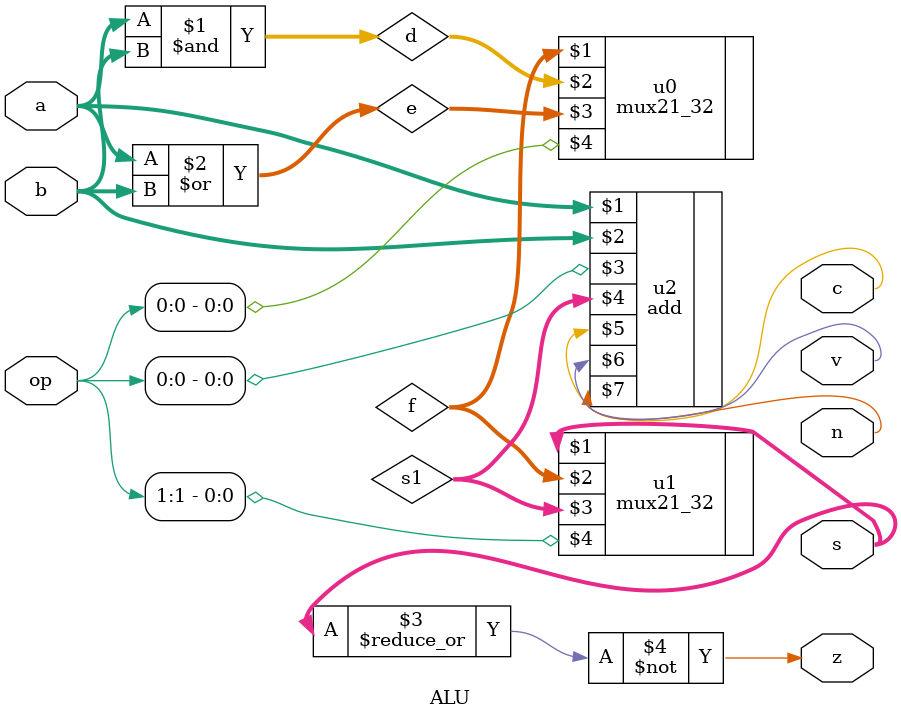
<source format=v>
module ALU(op,a,b,s,n,v,c,z);

input [1:0]op;
input [31:0]a,b;
output[31:0]s;
output n,v,c,z;

wire [31:0]d,e,f,s1;

assign d=a&b;
assign e=a|b;
mux21_32 u0(f,d,e,op[0]);
add u2(a,b,op[0],s1,c,v,n);
mux21_32 u1(s,f,s1,op[1]);

assign z=~(|s);

endmodule






</source>
